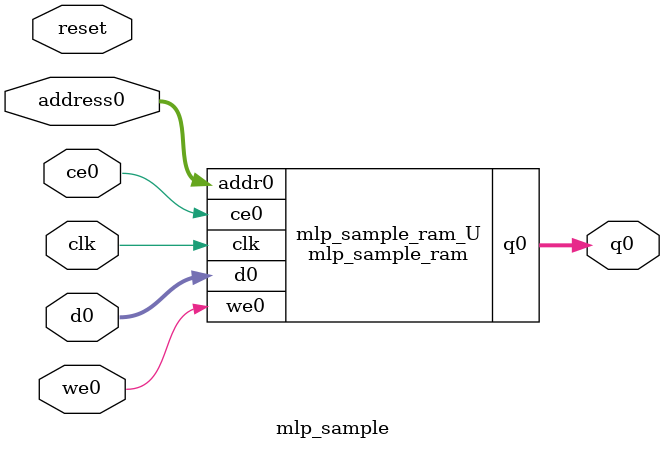
<source format=v>
`timescale 1 ns / 1 ps
module mlp_sample_ram (addr0, ce0, d0, we0, q0,  clk);

parameter DWIDTH = 8;
parameter AWIDTH = 10;
parameter MEM_SIZE = 784;

input[AWIDTH-1:0] addr0;
input ce0;
input[DWIDTH-1:0] d0;
input we0;
output reg[DWIDTH-1:0] q0;
input clk;

(* ram_style = "block" *)reg [DWIDTH-1:0] ram[0:MEM_SIZE-1];




always @(posedge clk)  
begin 
    if (ce0) begin
        if (we0) 
            ram[addr0] <= d0; 
        q0 <= ram[addr0];
    end
end


endmodule

`timescale 1 ns / 1 ps
module mlp_sample(
    reset,
    clk,
    address0,
    ce0,
    we0,
    d0,
    q0);

parameter DataWidth = 32'd8;
parameter AddressRange = 32'd784;
parameter AddressWidth = 32'd10;
input reset;
input clk;
input[AddressWidth - 1:0] address0;
input ce0;
input we0;
input[DataWidth - 1:0] d0;
output[DataWidth - 1:0] q0;



mlp_sample_ram mlp_sample_ram_U(
    .clk( clk ),
    .addr0( address0 ),
    .ce0( ce0 ),
    .we0( we0 ),
    .d0( d0 ),
    .q0( q0 ));

endmodule


</source>
